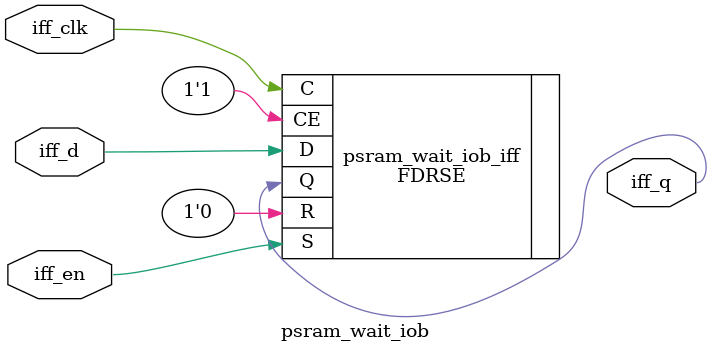
<source format=v>

module psram_wait_iob
(
    input              iff_d,
    output             iff_q,
    input              iff_clk,
    input              iff_en
);

//attribute iob                 : string;
//attribute iob of psram_wait_iob_iff : label is "true";

(* iob = "true" *) FDRSE #(
    .INIT(1'b0)
) psram_wait_iob_iff (
    .Q(iff_q),
    .C(iff_clk),
    .CE(1'b1),
    .D(iff_d),
    .R(1'b0),
    .S(iff_en)
);

endmodule

</source>
